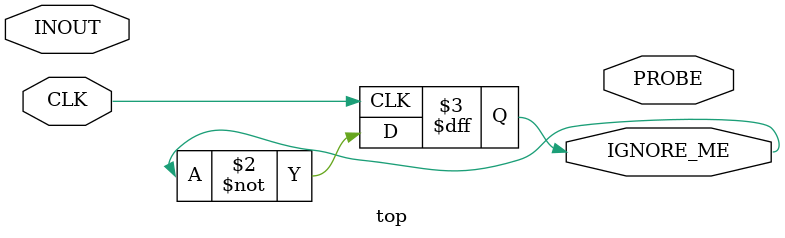
<source format=v>
module top(
    input CLK,
    output reg IGNORE_ME,

    inout INOUT,
    output reg PROBE
);

always @(posedge CLK)
    IGNORE_ME <= ~IGNORE_ME; // Pretend to do work (silence warning).

// <<< Variations go here! >>>
`ifdef CONST_INOUT
assign INOUT= 'b1;
`elsif CONST_CLK_ASSIGN
assign INOUT = 'b1;

always @(posedge CLK)
    PROBE <= INOUT;
`elsif CONST_ASSIGN
assign INOUT = 'b1;

assign PROBE = INOUT;
`elsif DYN_INOUT
assign INOUT = CLK ? 'bz : 'b0;
`elsif DYN_CLK_ASSIGN
assign INOUT = CLK ? 'bz : 'b0;

always @(posedge CLK)
    PROBE <= INOUT;
`elsif DYN_ASSIGN
assign INOUT = CLK ? 'bz : 'b0;

assign PROBE = INOUT;
`elsif CIRCULAR_INOUT
assign INOUT = INOUT ? 'bz : 'b0;
`elsif CIRCULAR_ASSIGN
assign INOUT = INOUT ? 'bz : 'b0;

assign PROBE = INOUT;
`endif

endmodule

</source>
